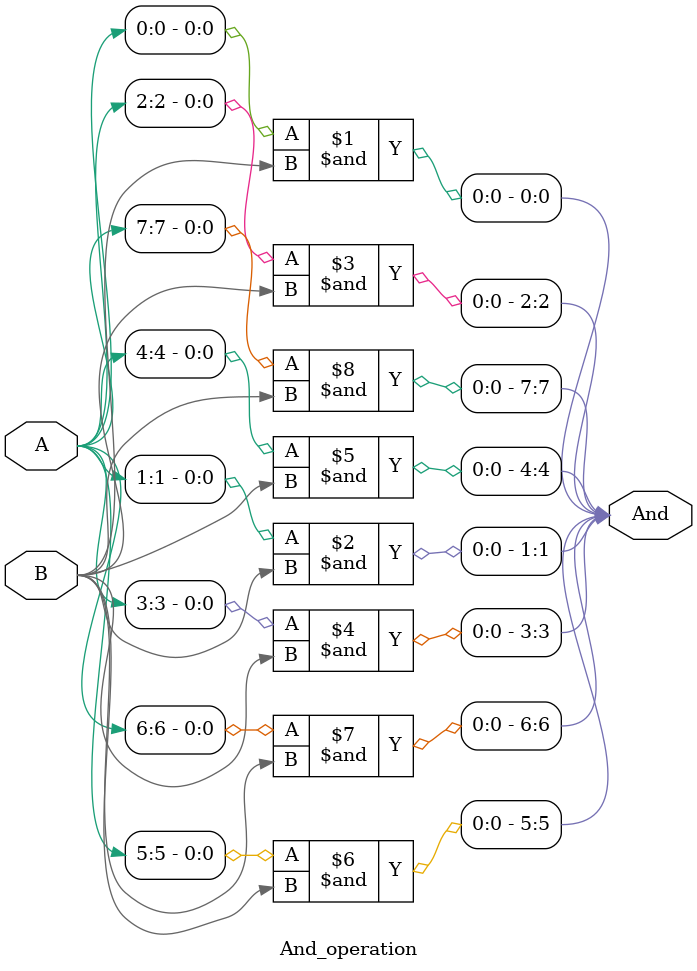
<source format=v>
`include "CLA8.v"

module Multiplier_CLA(
    input   [7:0]   A,
    input   [7:0]   B,
    output  [15:0]  Product
);
    wire [127:0] And;
    wire [127:0] Add_Sum;
    wire [15:0] Add_Carry;

    And_operation A1(.A(A[7:0]), .B(B[0]), .And(And[7:0]));
    And_operation A2(.A(A[7:0]), .B(B[1]), .And(And[15:8]));
    And_operation A3(.A(A[7:0]), .B(B[2]), .And(And[23:16]));
    And_operation A4(.A(A[7:0]), .B(B[3]), .And(And[31:24]));
    And_operation A5(.A(A[7:0]), .B(B[4]), .And(And[39:32]));
    And_operation A6(.A(A[7:0]), .B(B[5]), .And(And[47:40]));
    And_operation A7(.A(A[7:0]), .B(B[6]), .And(And[55:48]));
    And_operation A8(.A(A[7:0]), .B(B[7]), .And(And[63:56]));

    and(Product[0], 1'b1, And[0]);
    CLA8 CLA81(.A({1'b0, And[7:1]}), .B(And[15:8]), .Cin(1'b0), .Sum(Add_Sum[7:0]), .Cout(Add_Carry[0]));
    and(Product[1], 1'b1, Add_Sum[0]);
    CLA8 CLA82(.A({Add_Carry[0], Add_Sum[7:1]}), .B(And[23:16]), .Cin(1'b0), .Sum(Add_Sum[15:8]), .Cout(Add_Carry[1]));
    and(Product[2], 1'b1, Add_Sum[8]);
    CLA8 CLA83(.A({Add_Carry[1], Add_Sum[15:9]}), .B(And[31:24]), .Cin(1'b0), .Sum(Add_Sum[23:16]), .Cout(Add_Carry[2]));
    and(Product[3], 1'b1, Add_Sum[16]);
    CLA8 CLA84(.A({Add_Carry[2], Add_Sum[23:17]}), .B(And[39:32]), .Cin(1'b0), .Sum(Add_Sum[31:24]), .Cout(Add_Carry[3]));
    and(Product[4], 1'b1, Add_Sum[24]);
    CLA8 CLA85(.A({Add_Carry[3], Add_Sum[31:25]}), .B(And[47:40]), .Cin(1'b0), .Sum(Add_Sum[39:32]), .Cout(Add_Carry[4]));
    and(Product[5], 1'b1, Add_Sum[32]);
    CLA8 CLA86(.A({Add_Carry[4], Add_Sum[39:33]}), .B(And[55:48]), .Cin(1'b0), .Sum(Add_Sum[47:40]), .Cout(Add_Carry[5]));
    and(Product[6], 1'b1, Add_Sum[40]);
    CLA8 CLA87(.A({Add_Carry[5], Add_Sum[47:41]}), .B(And[63:56]), .Cin(1'b0), .Sum(Product[14:7]), .Cout(Product[15]));
endmodule

module And_operation (
    input [7:0] A,
    input B,
    output [7:0] And
);
    and(And[0], A[0], B);
    and(And[1], A[1], B);
    and(And[2], A[2], B);
    and(And[3], A[3], B);
    and(And[4], A[4], B);
    and(And[5], A[5], B);
    and(And[6], A[6], B);
    and(And[7], A[7], B);  
endmodule
</source>
